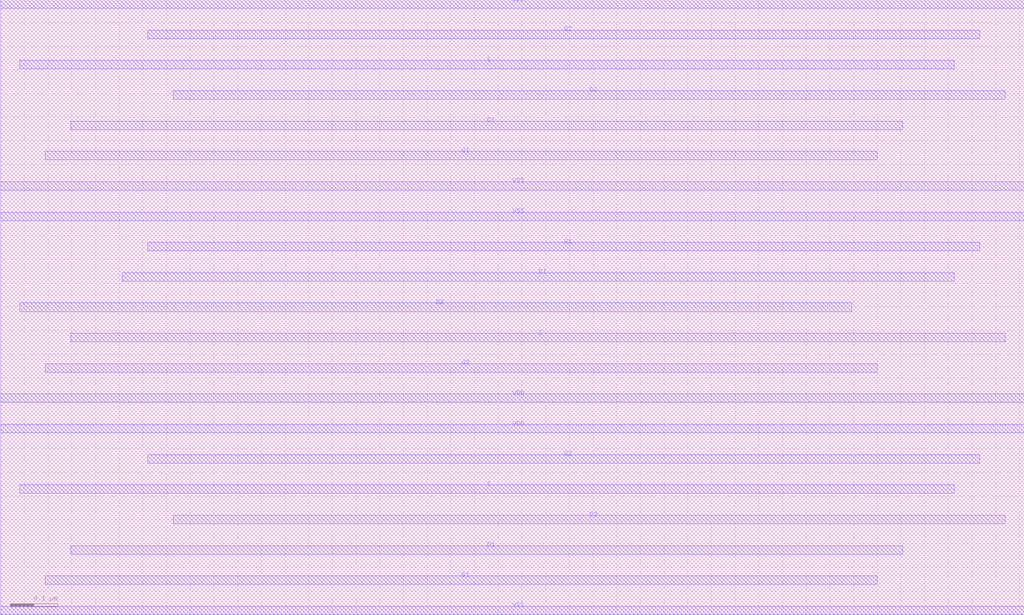
<source format=lef>
VERSION 5.7 ;
BUSBITCHARS "[]" ;
DIVIDERCHAR "/" ;

MACRO CMC_NMOS_25_1x10
  ORIGIN 0 0 ;
  FOREIGN CMC_NMOS_25_1x10 0 0 ;
  SIZE 2.16 BY 0.402 ;
  PIN S2
    DIRECTION INOUT ;
    USE SIGNAL ;
    PORT
      LAYER M2 ;
        RECT 0.256 0.32 2.012 0.338 ;
    END
  END S2
  PIN VSS
    DIRECTION INOUT ;
    USE POWER ;
    PORT
      LAYER M2 ;
        RECT 0 0 2.16 0.018 ;
    END
  END VSS
  PIN VDD
    DIRECTION INOUT ;
    USE SIGNAL ;
    PORT
      LAYER M2 ;
        RECT 0 0.384 2.16 0.402 ;
    END
  END VDD
  PIN G
    DIRECTION INOUT ;
    USE POWER ;
    PORT
      LAYER M2 ;
        RECT 0.094 0.064 2.066 0.082 ;
    END
  END G
  PIN D1
    DIRECTION INOUT ;
    USE SIGNAL ;
    PORT
      LAYER M2 ;
        RECT 0.148 0.128 1.904 0.146 ;
    END
  END D1
  PIN D2
    DIRECTION INOUT ;
    USE SIGNAL ;
    PORT
      LAYER M2 ;
        RECT 0.364 0.192 2.12 0.21 ;
    END
  END D2
  PIN S1
    DIRECTION INOUT ;
    USE SIGNAL ;
    PORT
      LAYER M2 ;
        RECT 0.04 0.256 1.796 0.274 ;
    END
  END S1
  OBS
    LAYER M1 ;
      RECT 0 0 2.16 0.402 ;
  END
END CMC_NMOS_25_1x10

MACRO CMC_PMOS_10_1x4
  ORIGIN 0 0 ;
  FOREIGN CMC_PMOS_10_1x4 0 0 ;
  SIZE 0.864 BY 0.402 ;
  PIN S
    DIRECTION INOUT ;
    USE SIGNAL ;
    PORT
      LAYER M2 ;
        RECT 0.04 0.32 0.716 0.338 ;
    END
  END S
  PIN VDD
    DIRECTION INOUT ;
    USE POWER ;
    PORT
      LAYER M2 ;
        RECT 0 0.384 0.864 0.402 ;
    END
  END VDD
  PIN VSS
    DIRECTION INOUT ;
    USE POWER ;
    PORT
      LAYER M2 ;
        RECT 0 0 0.864 0.018 ;
    END
  END VSS
  PIN G
    DIRECTION INOUT ;
    USE SIGNAL ;
    PORT
      LAYER M2 ;
        RECT 0.094 0.064 0.77 0.082 ;
    END
  END G
  PIN D1
    DIRECTION INOUT ;
    USE SIGNAL ;
    PORT
      LAYER M2 ;
        RECT 0.148 0.128 0.824 0.146 ;
    END
  END D1
  PIN D2
    DIRECTION INOUT ;
    USE SIGNAL ;
    PORT
      LAYER M2 ;
        RECT 0.364 0.192 0.608 0.21 ;
    END
  END D2
  OBS
    LAYER M1 ;
      RECT 0 0 0.864 0.402 ;
  END
END CMC_PMOS_10_1x4

MACRO CMC_PMOS_15_1x6
  ORIGIN 0 0 ;
  FOREIGN CMC_PMOS_15_1x6 0 0 ;
  SIZE 1.296 BY 0.402 ;
  PIN S2
    DIRECTION INOUT ;
    USE SIGNAL ;
    PORT
      LAYER M2 ;
        RECT 0.256 0.32 1.148 0.338 ;
    END
  END S2
  PIN VDD
    DIRECTION INOUT ;
    USE POWER ;
    PORT
      LAYER M2 ;
        RECT 0 0.384 1.296 0.402 ;
    END
  END VDD
  PIN VSS
    DIRECTION INOUT ;
    USE POWER ;
    PORT
      LAYER M2 ;
        RECT 0 0 1.296 0.018 ;
    END
  END VSS
  PIN G
    DIRECTION INOUT ;
    USE SIGNAL ;
    PORT
      LAYER M2 ;
        RECT 0.094 0.064 1.202 0.082 ;
    END
  END G
  PIN D1
    DIRECTION INOUT ;
    USE SIGNAL ;
    PORT
      LAYER M2 ;
        RECT 0.148 0.128 1.04 0.146 ;
    END
  END D1
  PIN D2
    DIRECTION INOUT ;
    USE SIGNAL ;
    PORT
      LAYER M2 ;
        RECT 0.364 0.192 1.256 0.21 ;
    END
  END D2
  PIN S1
    DIRECTION INOUT ;
    USE SIGNAL ;
    PORT
      LAYER M2 ;
        RECT 0.04 0.256 0.932 0.274 ;
    END
  END S1
  OBS
    LAYER M1 ;
      RECT 0 0 1.296 0.402 ;
  END
END CMC_PMOS_15_1x6

MACRO DP_NMOS_75_3x10
  ORIGIN 0 0 ;
  FOREIGN DP_NMOS_75_3x10 0 0 ;
  SIZE 2.16 BY 1.298 ;
  PIN S
    DIRECTION INOUT ;
    USE SIGNAL ;
    PORT
      LAYER M2 ;
        RECT 0.04 1.152 2.012 1.17 ;
    END
    PORT
      LAYER M2 ;
        RECT 0.148 0.576 2.12 0.594 ;
    END
    PORT
      LAYER M2 ;
        RECT 0.04 0.256 2.012 0.274 ;
    END
  END S
  PIN VSS
    DIRECTION INOUT ;
    USE POWER ;
    PORT
      LAYER M2 ;
        RECT 0 0.896 2.16 0.914 ;
    END
    PORT
      LAYER M2 ;
        RECT 0 0.832 2.16 0.85 ;
    END
    PORT
      LAYER M2 ;
        RECT 0 0 2.16 0.018 ;
    END
  END VSS
  PIN VDD
    DIRECTION INOUT ;
    USE POWER ;
    PORT
      LAYER M2 ;
        RECT 0 1.28 2.16 1.298 ;
    END
    PORT
      LAYER M2 ;
        RECT 0 0.448 2.16 0.466 ;
    END
    PORT
      LAYER M2 ;
        RECT 0 0.384 2.16 0.402 ;
    END
  END VDD
  PIN D1
    DIRECTION INOUT ;
    USE SIGNAL ;
    PORT
      LAYER M2 ;
        RECT 0.148 1.024 1.904 1.042 ;
    END
    PORT
      LAYER M2 ;
        RECT 0.256 0.704 2.012 0.722 ;
    END
    PORT
      LAYER M2 ;
        RECT 0.148 0.128 1.904 0.146 ;
    END
  END D1
  PIN D2
    DIRECTION INOUT ;
    USE SIGNAL ;
    PORT
      LAYER M2 ;
        RECT 0.364 1.088 2.12 1.106 ;
    END
    PORT
      LAYER M2 ;
        RECT 0.04 0.64 1.796 0.658 ;
    END
    PORT
      LAYER M2 ;
        RECT 0.364 0.192 2.12 0.21 ;
    END
  END D2
  PIN G1
    DIRECTION INOUT ;
    USE SIGNAL ;
    PORT
      LAYER M2 ;
        RECT 0.094 0.96 1.85 0.978 ;
    END
    PORT
      LAYER M2 ;
        RECT 0.31 0.768 2.066 0.786 ;
    END
    PORT
      LAYER M2 ;
        RECT 0.094 0.064 1.85 0.082 ;
    END
  END G1
  PIN G2
    DIRECTION INOUT ;
    USE SIGNAL ;
    PORT
      LAYER M2 ;
        RECT 0.31 1.216 2.066 1.234 ;
    END
    PORT
      LAYER M2 ;
        RECT 0.094 0.512 1.85 0.53 ;
    END
    PORT
      LAYER M2 ;
        RECT 0.31 0.32 2.066 0.338 ;
    END
  END G2
  OBS
    LAYER M1 ;
      RECT 0 0 2.16 0.402 ;
      RECT 0 0.402 2.16 0.85 ;
      RECT 0 0.85 2.16 1.298 ;
  END
END DP_NMOS_75_3x10

MACRO DiodeConnected_NMOS_5_1x1
  ORIGIN 0 0 ;
  FOREIGN DiodeConnected_NMOS_5_1x1 0 0 ;
  SIZE 0.216 BY 0.402 ;
  PIN VSS
    DIRECTION INOUT ;
    USE POWER ;
    PORT
      LAYER M2 ;
        RECT 0 0 0.216 0.018 ;
    END
  END VSS
  PIN D
    DIRECTION INOUT ;
    USE SIGNAL ;
    PORT
      LAYER M2 ;
        RECT 0.094 0.064 0.176 0.082 ;
    END
  END D
  PIN S
    DIRECTION INOUT ;
    USE SIGNAL ;
    PORT
      LAYER M2 ;
        RECT 0 0.128 0.068 0.146 ;
    END
  END S
  PIN VDD
    DIRECTION INOUT ;
    USE POWER ;
    PORT
      LAYER M2 ;
        RECT 0 0.384 0.216 0.402 ;
    END
  END VDD
END DiodeConnected_NMOS_5_1x1

MACRO DiodeConnected_PMOS_10_1x2
  ORIGIN 0 0 ;
  FOREIGN DiodeConnected_PMOS_10_1x2 0 0 ;
  SIZE 0.432 BY 0.402 ;
  PIN VSS
    DIRECTION INOUT ;
    USE POWER ;
    PORT
      LAYER M2 ;
        RECT 0 0 0.432 0.018 ;
    END
  END VSS
  PIN D
    DIRECTION INOUT ;
    USE SIGNAL ;
    PORT
      LAYER M2 ;
        RECT 0.094 0.064 0.392 0.082 ;
    END
  END D
  PIN S
    DIRECTION INOUT ;
    USE SIGNAL ;
    PORT
      LAYER M2 ;
        RECT 0 0.128 0.284 0.146 ;
    END
  END S
  PIN VDD
    DIRECTION INOUT ;
    USE POWER ;
    PORT
      LAYER M2 ;
        RECT 0 0.384 0.432 0.402 ;
    END
  END VDD
END DiodeConnected_PMOS_10_1x2

END LIBRARY
VERSION 5.7 ;
BUSBITCHARS "[]" ;
DIVIDERCHAR "/" ;

VIA M2_M1_0
  VIARULE M2_M1 ;
  CUTSIZE 0.018 0.018 ;
  LAYERS M1 V1 M2 ;
  CUTSPACING 0.018 0.018 ;
  ENCLOSURE 0 0.005 0.005 0 ;
  ROWCOL 1 1 ;
END M2_M1_0

VIA M2_M1_1
  VIARULE M2_M1 ;
  CUTSIZE 0.018 0.018 ;
  LAYERS M1 V1 M2 ;
  CUTSPACING 0.018 0.018 ;
  ENCLOSURE 0 0.005 0.005 0 ;
  ROWCOL 1 1 ;
END M2_M1_1

MACRO DiodeConnected_PMOS_20_1x4
  ORIGIN 0 0 ;
  FOREIGN DiodeConnected_PMOS_20_1x4 0 0 ;
  SIZE 0.864 BY 0.402 ;
  PIN VSS
    DIRECTION INOUT ;
    USE POWER ;
    PORT
      LAYER M2 ;
        RECT 0 0 0.864 0.018 ;
    END
  END VSS
  PIN D
    DIRECTION INOUT ;
    USE SIGNAL ;
    PORT
      LAYER M2 ;
        RECT 0.094 0.064 0.824 0.082 ;
    END
  END D
  PIN S
    DIRECTION INOUT ;
    USE SIGNAL ;
    PORT
      LAYER M2 ;
        RECT 0 0.128 0.716 0.146 ;
    END
  END S
  PIN VDD
    DIRECTION INOUT ;
    USE POWER ;
    PORT
      LAYER M2 ;
        RECT 0 0.384 0.864 0.402 ;
    END
  END VDD
END DiodeConnected_PMOS_20_1x4

MACRO SCM_NMOS_50_1x12
  ORIGIN 0 0 ;
  FOREIGN SCM_NMOS_50_1x12 0 0 ;
  SIZE 2.592 BY 0.402 ;
  PIN D1
    DIRECTION INOUT ;
    USE SIGNAL ;
    PORT
      LAYER M2 ;
        RECT 1.228 0.192 1.472 0.21 ;
    END
    PORT
      LAYER M2 ;
        RECT 1.444 0.192 1.472 0.21 ;
    END
  END D1
  PIN VSS
    DIRECTION INOUT ;
    USE POWER ;
    PORT
      LAYER M2 ;
        RECT 0 0 2.592 0.018 ;
    END
  END VSS
  PIN S
    DIRECTION INOUT ;
    USE SIGNAL ;
    PORT
      LAYER M2 ;
        RECT 0.04 0.256 2.444 0.274 ;
    END
  END S
  PIN VDD
    DIRECTION INOUT ;
    USE POWER ;
    PORT
      LAYER M2 ;
        RECT 0 0.384 2.592 0.402 ;
    END
  END VDD
  PIN D2
    DIRECTION INOUT ;
    USE SIGNAL ;
    PORT
      LAYER M2 ;
        RECT 0.148 0.128 2.552 0.146 ;
    END
  END D2
  OBS
    LAYER M1 ;
      RECT 0 0 2.592 0.402 ;
  END
END SCM_NMOS_50_1x12

MACRO Switch_NMOS_10_1x1
  ORIGIN 0 0 ;
  FOREIGN Switch_NMOS_10_1x1 0 0 ;
  SIZE 0.432 BY 0.402 ;
  PIN S
    DIRECTION INOUT ;
    USE SIGNAL ;
    PORT
      LAYER M2 ;
        RECT 0.04 0.064 0.284 0.082 ;
    END
  END S
  PIN VSS
    DIRECTION INOUT ;
    USE POWER ;
    PORT
      LAYER M2 ;
        RECT 0 0 0.432 0.018 ;
    END
  END VSS
  PIN D
    DIRECTION INOUT ;
    USE SIGNAL ;
    PORT
      LAYER M2 ;
        RECT 0.148 0.192 0.392 0.21 ;
    END
  END D
  PIN G
    DIRECTION INOUT ;
    USE SIGNAL ;
    PORT
      LAYER M2 ;
        RECT 0.094 0.128 0.338 0.146 ;
    END
  END G
  PIN VDD
    DIRECTION INOUT ;
    USE POWER ;
    PORT
      LAYER M2 ;
        RECT 0 0.384 0.432 0.402 ;
    END
  END VDD
END Switch_NMOS_10_1x1

MACRO Switch_PMOS_10_1x1
  ORIGIN 0 0 ;
  FOREIGN Switch_PMOS_10_1x1 0 0 ;
  SIZE 0.432 BY 0.402 ;
  PIN S
    DIRECTION INOUT ;
    USE SIGNAL ;
    PORT
      LAYER M2 ;
        RECT 0.04 0.192 0.284 0.21 ;
    END
  END S
  PIN VSS
    DIRECTION INOUT ;
    USE POWER ;
    PORT
      LAYER M2 ;
        RECT 0 0 0.432 0.018 ;
    END
  END VSS
  PIN D
    DIRECTION INOUT ;
    USE SIGNAL ;
    PORT
      LAYER M2 ;
        RECT 0.148 0.064 0.392 0.082 ;
    END
  END D
  PIN G
    DIRECTION INOUT ;
    USE SIGNAL ;
    PORT
      LAYER M2 ;
        RECT 0.094 0.128 0.338 0.146 ;
    END
  END G
  PIN VDD
    DIRECTION INOUT ;
    USE POWER ;
    PORT
      LAYER M2 ;
        RECT 0 0.384 0.432 0.402 ;
    END
  END VDD
END Switch_PMOS_10_1x1

END LIBRARY

</source>
